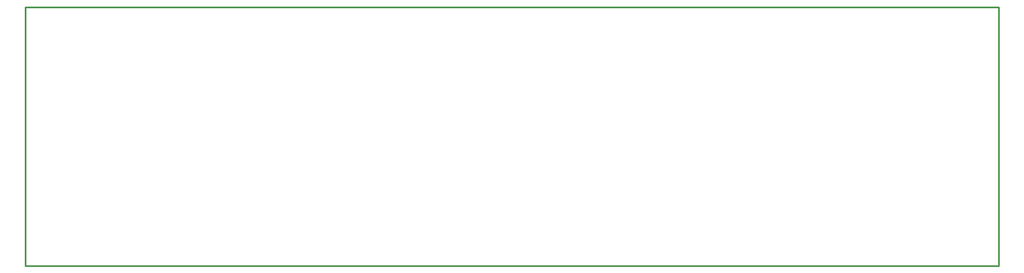
<source format=gko>
G04 Layer: BoardOutline*
G04 EasyEDA v6.4.25, 2021-12-12T20:56:00+02:00*
G04 4092842e100643a18230132d8ada3433,1f0f20c424864fadbde79754da5e519f,10*
G04 Gerber Generator version 0.2*
G04 Scale: 100 percent, Rotated: No, Reflected: No *
G04 Dimensions in millimeters *
G04 leading zeros omitted , absolute positions ,4 integer and 5 decimal *
%FSLAX45Y45*%
%MOMM*%

%ADD10C,0.2540*%
D10*
X-241300Y0D02*
G01*
X14732000Y0D01*
X14732000Y-3975100D01*
X-241300Y-3975100D01*
X-241300Y0D01*

%LPD*%
M02*

</source>
